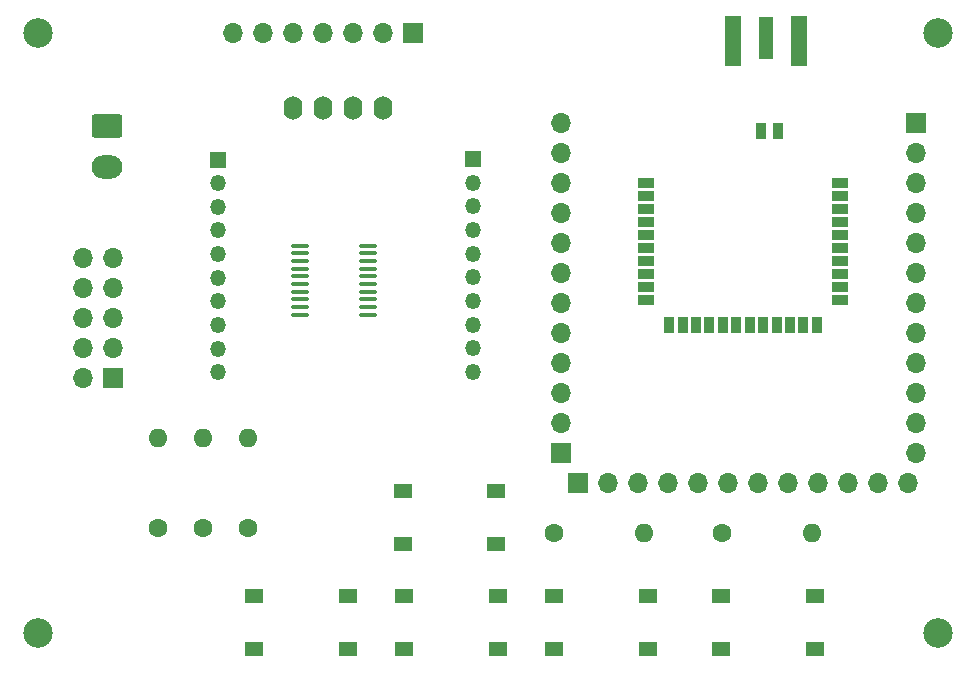
<source format=gbr>
%TF.GenerationSoftware,KiCad,Pcbnew,7.0.9*%
%TF.CreationDate,2025-10-08T14:44:38+03:00*%
%TF.ProjectId,signalgenerator-rounded,7369676e-616c-4676-956e-657261746f72,rev?*%
%TF.SameCoordinates,Original*%
%TF.FileFunction,Soldermask,Top*%
%TF.FilePolarity,Negative*%
%FSLAX46Y46*%
G04 Gerber Fmt 4.6, Leading zero omitted, Abs format (unit mm)*
G04 Created by KiCad (PCBNEW 7.0.9) date 2025-10-08 14:44:38*
%MOMM*%
%LPD*%
G01*
G04 APERTURE LIST*
G04 Aperture macros list*
%AMRoundRect*
0 Rectangle with rounded corners*
0 $1 Rounding radius*
0 $2 $3 $4 $5 $6 $7 $8 $9 X,Y pos of 4 corners*
0 Add a 4 corners polygon primitive as box body*
4,1,4,$2,$3,$4,$5,$6,$7,$8,$9,$2,$3,0*
0 Add four circle primitives for the rounded corners*
1,1,$1+$1,$2,$3*
1,1,$1+$1,$4,$5*
1,1,$1+$1,$6,$7*
1,1,$1+$1,$8,$9*
0 Add four rect primitives between the rounded corners*
20,1,$1+$1,$2,$3,$4,$5,0*
20,1,$1+$1,$4,$5,$6,$7,0*
20,1,$1+$1,$6,$7,$8,$9,0*
20,1,$1+$1,$8,$9,$2,$3,0*%
G04 Aperture macros list end*
%ADD10C,2.500000*%
%ADD11RoundRect,0.100000X-0.637500X-0.100000X0.637500X-0.100000X0.637500X0.100000X-0.637500X0.100000X0*%
%ADD12R,1.700000X1.700000*%
%ADD13O,1.700000X1.700000*%
%ADD14R,1.550000X1.300000*%
%ADD15R,1.350000X1.350000*%
%ADD16O,1.350000X1.350000*%
%ADD17O,1.600000X2.000000*%
%ADD18R,1.270000X3.600000*%
%ADD19R,1.350000X4.200000*%
%ADD20RoundRect,0.250000X-1.050000X0.750000X-1.050000X-0.750000X1.050000X-0.750000X1.050000X0.750000X0*%
%ADD21O,2.600000X2.000000*%
%ADD22R,1.403200X0.900000*%
%ADD23R,0.950000X1.403200*%
%ADD24R,0.900000X1.403200*%
%ADD25C,1.600000*%
%ADD26O,1.600000X1.600000*%
G04 APERTURE END LIST*
D10*
%TO.C,REF\u002A\u002A*%
X99060000Y-76200000D03*
%TD*%
D11*
%TO.C,U1*%
X45075000Y-43378600D03*
X45075000Y-44028600D03*
X45075000Y-44678600D03*
X45075000Y-45328600D03*
X45075000Y-45978600D03*
X45075000Y-46628600D03*
X45075000Y-47278600D03*
X45075000Y-47928600D03*
X45075000Y-48578600D03*
X45075000Y-49228600D03*
X50800000Y-49228600D03*
X50800000Y-48578600D03*
X50800000Y-47928600D03*
X50800000Y-47278600D03*
X50800000Y-46628600D03*
X50800000Y-45978600D03*
X50800000Y-45328600D03*
X50800000Y-44678600D03*
X50800000Y-44028600D03*
X50800000Y-43378600D03*
%TD*%
D12*
%TO.C,J5*%
X54610000Y-25400000D03*
D13*
X52070000Y-25400000D03*
X49530000Y-25400000D03*
X46990000Y-25400000D03*
X44450000Y-25400000D03*
X41910000Y-25400000D03*
X39370000Y-25400000D03*
%TD*%
D14*
%TO.C,ENTER*%
X80725500Y-73031000D03*
X88675500Y-73031000D03*
X80725500Y-77531000D03*
X88675500Y-77531000D03*
%TD*%
D15*
%TO.C,J2*%
X59690000Y-36070000D03*
D16*
X59690000Y-38070000D03*
X59690000Y-40070000D03*
X59690000Y-42070000D03*
X59690000Y-44070000D03*
X59690000Y-46070000D03*
X59690000Y-48070000D03*
X59690000Y-50070000D03*
X59690000Y-52070000D03*
X59690000Y-54070000D03*
%TD*%
D17*
%TO.C,Brd1*%
X44450000Y-31750000D03*
X46990000Y-31750000D03*
X49530000Y-31750000D03*
X52070000Y-31750000D03*
%TD*%
D10*
%TO.C,REF\u002A\u002A*%
X99060000Y-25400000D03*
%TD*%
D14*
%TO.C,LEFT*%
X41155500Y-73061000D03*
X49105500Y-73061000D03*
X41155500Y-77561000D03*
X49105500Y-77561000D03*
%TD*%
D10*
%TO.C,REF\u002A\u002A*%
X22860000Y-76200000D03*
%TD*%
D14*
%TO.C,RIGHT*%
X66555500Y-73031000D03*
X74505500Y-73031000D03*
X66555500Y-77531000D03*
X74505500Y-77531000D03*
%TD*%
D18*
%TO.C,J6*%
X84486000Y-25835000D03*
D19*
X87311000Y-26035000D03*
X81661000Y-26035000D03*
%TD*%
D14*
%TO.C,UP*%
X61678500Y-68671000D03*
X53728500Y-68671000D03*
X61678500Y-64171000D03*
X53728500Y-64171000D03*
%TD*%
D12*
%TO.C,J3*%
X29210000Y-54610000D03*
D13*
X26670000Y-54610000D03*
X29210000Y-52070000D03*
X26670000Y-52070000D03*
X29210000Y-49530000D03*
X26670000Y-49530000D03*
X29210000Y-46990000D03*
X26670000Y-46990000D03*
X29210000Y-44450000D03*
X26670000Y-44450000D03*
%TD*%
D12*
%TO.C,J7*%
X97200500Y-33020000D03*
D13*
X97200500Y-35560000D03*
X97200500Y-38100000D03*
X97200500Y-40640000D03*
X97200500Y-43180000D03*
X97200500Y-45720000D03*
X97200500Y-48260000D03*
X97200500Y-50800000D03*
X97200500Y-53340000D03*
X97200500Y-55880000D03*
X97200500Y-58420000D03*
X97200500Y-60960000D03*
%TD*%
D14*
%TO.C,DOWN*%
X53855500Y-73061000D03*
X61805500Y-73061000D03*
X53855500Y-77561000D03*
X61805500Y-77561000D03*
%TD*%
D20*
%TO.C,J4*%
X28727400Y-33248600D03*
D21*
X28727400Y-36748600D03*
%TD*%
D22*
%TO.C,M1*%
X74325000Y-38068000D03*
X74325000Y-39168000D03*
X74325000Y-40268000D03*
X74325000Y-41368000D03*
X74325000Y-42468000D03*
X74325000Y-43568000D03*
X74325000Y-44668000D03*
X74325000Y-45768000D03*
X74325000Y-46868000D03*
X74325000Y-47968000D03*
D23*
X76300000Y-50135000D03*
X77436400Y-50135000D03*
X78572700Y-50135000D03*
X79709100Y-50135000D03*
X80845500Y-50135000D03*
X81981800Y-50135000D03*
X83118200Y-50135000D03*
X84254500Y-50135000D03*
X85390900Y-50135000D03*
X86527300Y-50135000D03*
X87663600Y-50135000D03*
X88800000Y-50135000D03*
D22*
X90775000Y-47968000D03*
X90775000Y-46868000D03*
X90775000Y-45768000D03*
X90775000Y-44668000D03*
X90775000Y-43568000D03*
X90775000Y-42468000D03*
X90775000Y-41368000D03*
X90775000Y-40268000D03*
X90775000Y-39168000D03*
X90775000Y-38068000D03*
D24*
X85532300Y-33685000D03*
X84052300Y-33685000D03*
%TD*%
D15*
%TO.C,J1*%
X38100000Y-36100000D03*
D16*
X38100000Y-38100000D03*
X38100000Y-40100000D03*
X38100000Y-42100000D03*
X38100000Y-44100000D03*
X38100000Y-46100000D03*
X38100000Y-48100000D03*
X38100000Y-50100000D03*
X38100000Y-52100000D03*
X38100000Y-54100000D03*
%TD*%
D12*
%TO.C,J9*%
X67121500Y-60960000D03*
D13*
X67121500Y-58420000D03*
X67121500Y-55880000D03*
X67121500Y-53340000D03*
X67121500Y-50800000D03*
X67121500Y-48260000D03*
X67121500Y-45720000D03*
X67121500Y-43180000D03*
X67121500Y-40640000D03*
X67121500Y-38100000D03*
X67121500Y-35560000D03*
X67121500Y-33020000D03*
%TD*%
D10*
%TO.C,REF\u002A\u002A*%
X22860000Y-25400000D03*
%TD*%
D12*
%TO.C,J8*%
X68580000Y-63500000D03*
D13*
X71120000Y-63500000D03*
X73660000Y-63500000D03*
X76200000Y-63500000D03*
X78740000Y-63500000D03*
X81280000Y-63500000D03*
X83820000Y-63500000D03*
X86360000Y-63500000D03*
X88900000Y-63500000D03*
X91440000Y-63500000D03*
X93980000Y-63500000D03*
X96520000Y-63500000D03*
%TD*%
D25*
%TO.C,R1*%
X33020000Y-67310000D03*
D26*
X33020000Y-59690000D03*
%TD*%
D25*
%TO.C,R4*%
X36830000Y-67310000D03*
D26*
X36830000Y-59690000D03*
%TD*%
D25*
%TO.C,R3*%
X40640000Y-67310000D03*
D26*
X40640000Y-59690000D03*
%TD*%
D25*
%TO.C,R2*%
X66548000Y-67691000D03*
D26*
X74168000Y-67691000D03*
%TD*%
D25*
%TO.C,R5*%
X80772000Y-67691000D03*
D26*
X88392000Y-67691000D03*
%TD*%
M02*

</source>
